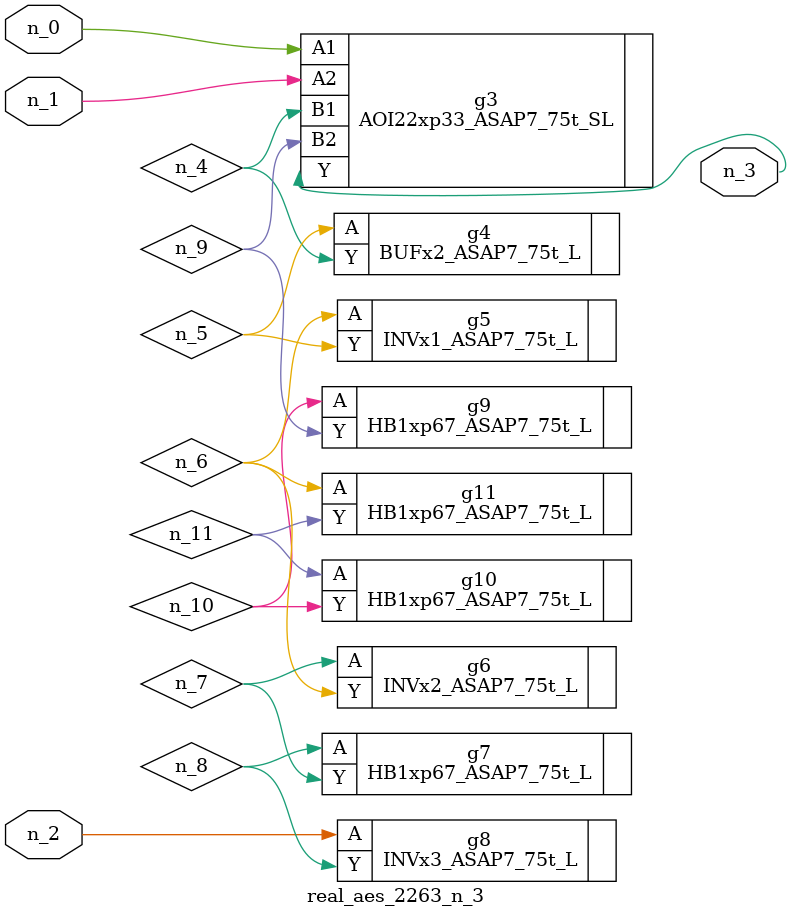
<source format=v>
module real_aes_2263_n_3 (n_0, n_2, n_1, n_3);
input n_0;
input n_2;
input n_1;
output n_3;
wire n_4;
wire n_5;
wire n_7;
wire n_9;
wire n_6;
wire n_8;
wire n_10;
wire n_11;
AOI22xp33_ASAP7_75t_SL g3 ( .A1(n_0), .A2(n_1), .B1(n_4), .B2(n_9), .Y(n_3) );
INVx3_ASAP7_75t_L g8 ( .A(n_2), .Y(n_8) );
BUFx2_ASAP7_75t_L g4 ( .A(n_5), .Y(n_4) );
INVx1_ASAP7_75t_L g5 ( .A(n_6), .Y(n_5) );
HB1xp67_ASAP7_75t_L g11 ( .A(n_6), .Y(n_11) );
INVx2_ASAP7_75t_L g6 ( .A(n_7), .Y(n_6) );
HB1xp67_ASAP7_75t_L g7 ( .A(n_8), .Y(n_7) );
HB1xp67_ASAP7_75t_L g9 ( .A(n_10), .Y(n_9) );
HB1xp67_ASAP7_75t_L g10 ( .A(n_11), .Y(n_10) );
endmodule
</source>
